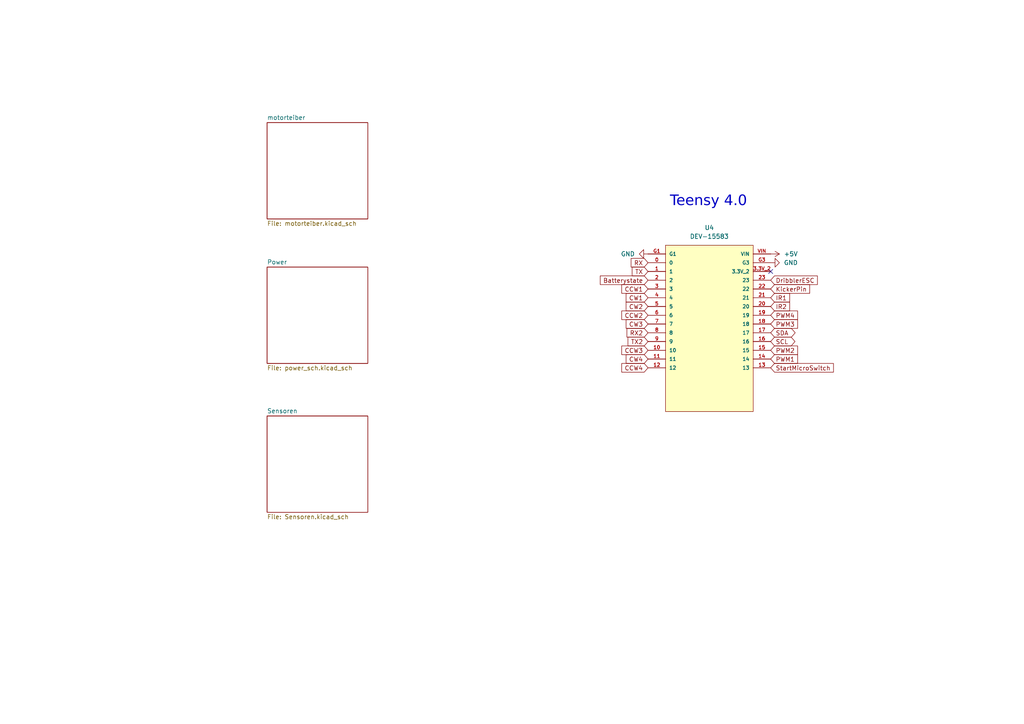
<source format=kicad_sch>
(kicad_sch (version 20230121) (generator eeschema)

  (uuid 7a0f76a1-13d4-4686-9d7e-a73f37674f36)

  (paper "A4")

  (lib_symbols
    (symbol "Teensy 4.0:DEV-15583" (pin_names (offset 1.016)) (in_bom yes) (on_board yes)
      (property "Reference" "U4" (at 0 27.94 0)
        (effects (font (size 1.27 1.27)))
      )
      (property "Value" "DEV-15583" (at 0 25.4 0)
        (effects (font (size 1.27 1.27)))
      )
      (property "Footprint" "xt30:teensy,4,0" (at 0 0 0)
        (effects (font (size 1.27 1.27)) (justify bottom) hide)
      )
      (property "Datasheet" "" (at 0 0 0)
        (effects (font (size 1.27 1.27)) hide)
      )
      (property "MF" "SparkFun Electronics" (at 0 0 0)
        (effects (font (size 1.27 1.27)) (justify bottom) hide)
      )
      (property "MAXIMUM_PACKAGE_HEIGHT" "5.87mm" (at 0 0 0)
        (effects (font (size 1.27 1.27)) (justify bottom) hide)
      )
      (property "Package" "None" (at 0 0 0)
        (effects (font (size 1.27 1.27)) (justify bottom) hide)
      )
      (property "Price" "None" (at 0 0 0)
        (effects (font (size 1.27 1.27)) (justify bottom) hide)
      )
      (property "Check_prices" "https://www.snapeda.com/parts/DEV-15583/SparkFun+Electronics/view-part/?ref=eda" (at 0 0 0)
        (effects (font (size 1.27 1.27)) (justify bottom) hide)
      )
      (property "STANDARD" "Manufacturer Recommendations" (at 0 0 0)
        (effects (font (size 1.27 1.27)) (justify bottom) hide)
      )
      (property "SnapEDA_Link" "https://www.snapeda.com/parts/DEV-15583/SparkFun+Electronics/view-part/?ref=snap" (at 0 0 0)
        (effects (font (size 1.27 1.27)) (justify bottom) hide)
      )
      (property "MP" "DEV-15583" (at 0 0 0)
        (effects (font (size 1.27 1.27)) (justify bottom) hide)
      )
      (property "Purchase-URL" "https://www.snapeda.com/api/url_track_click_mouser/?unipart_id=4001229&manufacturer=SparkFun Electronics&part_name=DEV-15583&search_term=teensy 4.0" (at 0 0 0)
        (effects (font (size 1.27 1.27)) (justify bottom) hide)
      )
      (property "Description" "\nRT1062 Teensy 4.0 series ARM® Cortex®-M7 MPU Embedded Evaluation Board\n" (at 0 0 0)
        (effects (font (size 1.27 1.27)) (justify bottom) hide)
      )
      (property "Availability" "In Stock" (at 0 0 0)
        (effects (font (size 1.27 1.27)) (justify bottom) hide)
      )
      (property "MANUFACTURER" "Sparkfun" (at 0 0 0)
        (effects (font (size 1.27 1.27)) (justify bottom) hide)
      )
      (symbol "DEV-15583_0_0"
        (rectangle (start -12.7 -25.4) (end 12.7 22.86)
          (stroke (width 0.1524) (type default))
          (fill (type background))
        )
        (pin bidirectional line (at -17.78 17.78 0) (length 5.08)
          (name "0" (effects (font (size 1.016 1.016))))
          (number "0" (effects (font (size 1.016 1.016))))
        )
        (pin bidirectional line (at -17.78 15.24 0) (length 5.08)
          (name "1" (effects (font (size 1.016 1.016))))
          (number "1" (effects (font (size 1.016 1.016))))
        )
        (pin bidirectional line (at -17.78 -7.62 0) (length 5.08)
          (name "10" (effects (font (size 1.016 1.016))))
          (number "10" (effects (font (size 1.016 1.016))))
        )
        (pin bidirectional line (at -17.78 -10.16 0) (length 5.08)
          (name "11" (effects (font (size 1.016 1.016))))
          (number "11" (effects (font (size 1.016 1.016))))
        )
        (pin bidirectional line (at -17.78 -12.7 0) (length 5.08)
          (name "12" (effects (font (size 1.016 1.016))))
          (number "12" (effects (font (size 1.016 1.016))))
        )
        (pin bidirectional line (at 17.78 -12.7 180) (length 5.08)
          (name "13" (effects (font (size 1.016 1.016))))
          (number "13" (effects (font (size 1.016 1.016))))
        )
        (pin bidirectional line (at 17.78 -10.16 180) (length 5.08)
          (name "14" (effects (font (size 1.016 1.016))))
          (number "14" (effects (font (size 1.016 1.016))))
        )
        (pin bidirectional line (at 17.78 -7.62 180) (length 5.08)
          (name "15" (effects (font (size 1.016 1.016))))
          (number "15" (effects (font (size 1.016 1.016))))
        )
        (pin bidirectional line (at 17.78 -5.08 180) (length 5.08)
          (name "16" (effects (font (size 1.016 1.016))))
          (number "16" (effects (font (size 1.016 1.016))))
        )
        (pin bidirectional line (at 17.78 -2.54 180) (length 5.08)
          (name "17" (effects (font (size 1.016 1.016))))
          (number "17" (effects (font (size 1.016 1.016))))
        )
        (pin bidirectional line (at 17.78 0 180) (length 5.08)
          (name "18" (effects (font (size 1.016 1.016))))
          (number "18" (effects (font (size 1.016 1.016))))
        )
        (pin bidirectional line (at 17.78 2.54 180) (length 5.08)
          (name "19" (effects (font (size 1.016 1.016))))
          (number "19" (effects (font (size 1.016 1.016))))
        )
        (pin bidirectional line (at -17.78 12.7 0) (length 5.08)
          (name "2" (effects (font (size 1.016 1.016))))
          (number "2" (effects (font (size 1.016 1.016))))
        )
        (pin bidirectional line (at 17.78 5.08 180) (length 5.08)
          (name "20" (effects (font (size 1.016 1.016))))
          (number "20" (effects (font (size 1.016 1.016))))
        )
        (pin bidirectional line (at 17.78 7.62 180) (length 5.08)
          (name "21" (effects (font (size 1.016 1.016))))
          (number "21" (effects (font (size 1.016 1.016))))
        )
        (pin bidirectional line (at 17.78 10.16 180) (length 5.08)
          (name "22" (effects (font (size 1.016 1.016))))
          (number "22" (effects (font (size 1.016 1.016))))
        )
        (pin bidirectional line (at 17.78 12.7 180) (length 5.08)
          (name "23" (effects (font (size 1.016 1.016))))
          (number "23" (effects (font (size 1.016 1.016))))
        )
        (pin bidirectional line (at -17.78 10.16 0) (length 5.08)
          (name "3" (effects (font (size 1.016 1.016))))
          (number "3" (effects (font (size 1.016 1.016))))
        )
        (pin power_in line (at 17.78 15.24 180) (length 5.08)
          (name "3.3V_2" (effects (font (size 1.016 1.016))))
          (number "3.3V_2" (effects (font (size 1.016 1.016))))
        )
        (pin bidirectional line (at -17.78 7.62 0) (length 5.08)
          (name "4" (effects (font (size 1.016 1.016))))
          (number "4" (effects (font (size 1.016 1.016))))
        )
        (pin bidirectional line (at -17.78 5.08 0) (length 5.08)
          (name "5" (effects (font (size 1.016 1.016))))
          (number "5" (effects (font (size 1.016 1.016))))
        )
        (pin bidirectional line (at -17.78 2.54 0) (length 5.08)
          (name "6" (effects (font (size 1.016 1.016))))
          (number "6" (effects (font (size 1.016 1.016))))
        )
        (pin bidirectional line (at -17.78 0 0) (length 5.08)
          (name "7" (effects (font (size 1.016 1.016))))
          (number "7" (effects (font (size 1.016 1.016))))
        )
        (pin bidirectional line (at -17.78 -2.54 0) (length 5.08)
          (name "8" (effects (font (size 1.016 1.016))))
          (number "8" (effects (font (size 1.016 1.016))))
        )
        (pin bidirectional line (at -17.78 -5.08 0) (length 5.08)
          (name "9" (effects (font (size 1.016 1.016))))
          (number "9" (effects (font (size 1.016 1.016))))
        )
        (pin power_in line (at -17.78 20.32 0) (length 5.08)
          (name "G1" (effects (font (size 1.016 1.016))))
          (number "G1" (effects (font (size 1.016 1.016))))
        )
        (pin power_in line (at 17.78 17.78 180) (length 5.08)
          (name "G3" (effects (font (size 1.016 1.016))))
          (number "G3" (effects (font (size 1.016 1.016))))
        )
        (pin power_in line (at 17.78 20.32 180) (length 5.08)
          (name "VIN" (effects (font (size 1.016 1.016))))
          (number "VIN" (effects (font (size 1.016 1.016))))
        )
      )
    )
    (symbol "power:+5V" (power) (pin_names (offset 0)) (in_bom yes) (on_board yes)
      (property "Reference" "#PWR" (at 0 -3.81 0)
        (effects (font (size 1.27 1.27)) hide)
      )
      (property "Value" "+5V" (at 0 3.556 0)
        (effects (font (size 1.27 1.27)))
      )
      (property "Footprint" "" (at 0 0 0)
        (effects (font (size 1.27 1.27)) hide)
      )
      (property "Datasheet" "" (at 0 0 0)
        (effects (font (size 1.27 1.27)) hide)
      )
      (property "ki_keywords" "global power" (at 0 0 0)
        (effects (font (size 1.27 1.27)) hide)
      )
      (property "ki_description" "Power symbol creates a global label with name \"+5V\"" (at 0 0 0)
        (effects (font (size 1.27 1.27)) hide)
      )
      (symbol "+5V_0_1"
        (polyline
          (pts
            (xy -0.762 1.27)
            (xy 0 2.54)
          )
          (stroke (width 0) (type default))
          (fill (type none))
        )
        (polyline
          (pts
            (xy 0 0)
            (xy 0 2.54)
          )
          (stroke (width 0) (type default))
          (fill (type none))
        )
        (polyline
          (pts
            (xy 0 2.54)
            (xy 0.762 1.27)
          )
          (stroke (width 0) (type default))
          (fill (type none))
        )
      )
      (symbol "+5V_1_1"
        (pin power_in line (at 0 0 90) (length 0) hide
          (name "+5V" (effects (font (size 1.27 1.27))))
          (number "1" (effects (font (size 1.27 1.27))))
        )
      )
    )
    (symbol "power:GND" (power) (pin_names (offset 0)) (in_bom yes) (on_board yes)
      (property "Reference" "#PWR" (at 0 -6.35 0)
        (effects (font (size 1.27 1.27)) hide)
      )
      (property "Value" "GND" (at 0 -3.81 0)
        (effects (font (size 1.27 1.27)))
      )
      (property "Footprint" "" (at 0 0 0)
        (effects (font (size 1.27 1.27)) hide)
      )
      (property "Datasheet" "" (at 0 0 0)
        (effects (font (size 1.27 1.27)) hide)
      )
      (property "ki_keywords" "global power" (at 0 0 0)
        (effects (font (size 1.27 1.27)) hide)
      )
      (property "ki_description" "Power symbol creates a global label with name \"GND\" , ground" (at 0 0 0)
        (effects (font (size 1.27 1.27)) hide)
      )
      (symbol "GND_0_1"
        (polyline
          (pts
            (xy 0 0)
            (xy 0 -1.27)
            (xy 1.27 -1.27)
            (xy 0 -2.54)
            (xy -1.27 -1.27)
            (xy 0 -1.27)
          )
          (stroke (width 0) (type default))
          (fill (type none))
        )
      )
      (symbol "GND_1_1"
        (pin power_in line (at 0 0 270) (length 0) hide
          (name "GND" (effects (font (size 1.27 1.27))))
          (number "1" (effects (font (size 1.27 1.27))))
        )
      )
    )
  )


  (no_connect (at 223.52 78.74) (uuid 77ef609c-e816-45f6-8167-c352a48b3ba2))

  (text "Teensy 4.0\n\n" (at 194.31 66.04 0)
    (effects (font (face "Verdana") (size 3 3)) (justify left bottom))
    (uuid d2f0bf09-03ef-4795-b466-80aa2fde29cb)
  )

  (global_label "IR2" (shape input) (at 223.52 88.9 0) (fields_autoplaced)
    (effects (font (size 1.27 1.27)) (justify left))
    (uuid 0324ac62-d41e-446c-9382-4801a27e7cd9)
    (property "Intersheetrefs" "${INTERSHEET_REFS}" (at 229.5895 88.9 0)
      (effects (font (size 1.27 1.27)) (justify left) hide)
    )
  )
  (global_label "SDA" (shape bidirectional) (at 223.52 96.52 0) (fields_autoplaced)
    (effects (font (size 1.27 1.27)) (justify left))
    (uuid 04021551-4c28-499a-a387-b1db7f1175f1)
    (property "Intersheetrefs" "${INTERSHEET_REFS}" (at 231.1846 96.52 0)
      (effects (font (size 1.27 1.27)) (justify left) hide)
    )
  )
  (global_label "PWM1" (shape input) (at 223.52 104.14 0) (fields_autoplaced)
    (effects (font (size 1.27 1.27)) (justify left))
    (uuid 10a38959-b8f4-42c1-b9d9-efa23745065d)
    (property "Intersheetrefs" "${INTERSHEET_REFS}" (at 231.8081 104.14 0)
      (effects (font (size 1.27 1.27)) (justify left) hide)
    )
  )
  (global_label "CW2" (shape input) (at 187.96 88.9 180) (fields_autoplaced)
    (effects (font (size 1.27 1.27)) (justify right))
    (uuid 114cb77c-f915-4ad0-b79a-6382c911f12f)
    (property "Intersheetrefs" "${INTERSHEET_REFS}" (at 181.1233 88.9 0)
      (effects (font (size 1.27 1.27)) (justify right) hide)
    )
  )
  (global_label "PWM3" (shape input) (at 223.52 93.98 0) (fields_autoplaced)
    (effects (font (size 1.27 1.27)) (justify left))
    (uuid 1cdf2b15-b89d-4353-8613-9f935cec3dd9)
    (property "Intersheetrefs" "${INTERSHEET_REFS}" (at 231.8081 93.98 0)
      (effects (font (size 1.27 1.27)) (justify left) hide)
    )
  )
  (global_label "SCL" (shape bidirectional) (at 223.52 99.06 0) (fields_autoplaced)
    (effects (font (size 1.27 1.27)) (justify left))
    (uuid 2dbc4b8d-5971-4b0a-8228-714ef99ac11d)
    (property "Intersheetrefs" "${INTERSHEET_REFS}" (at 231.1241 99.06 0)
      (effects (font (size 1.27 1.27)) (justify left) hide)
    )
  )
  (global_label "DribblerESC" (shape input) (at 223.52 81.28 0) (fields_autoplaced)
    (effects (font (size 1.27 1.27)) (justify left))
    (uuid 3d068700-1613-4cf7-b1d9-e3c05f4dbd5b)
    (property "Intersheetrefs" "${INTERSHEET_REFS}" (at 237.5533 81.28 0)
      (effects (font (size 1.27 1.27)) (justify left) hide)
    )
  )
  (global_label "RX" (shape input) (at 187.96 76.2 180) (fields_autoplaced)
    (effects (font (size 1.27 1.27)) (justify right))
    (uuid 460b363c-e67b-4da8-b9c3-ca5f36fbde07)
    (property "Intersheetrefs" "${INTERSHEET_REFS}" (at 182.5747 76.2 0)
      (effects (font (size 1.27 1.27)) (justify right) hide)
    )
  )
  (global_label "CCW1" (shape input) (at 187.96 83.82 180) (fields_autoplaced)
    (effects (font (size 1.27 1.27)) (justify right))
    (uuid 497b142b-0332-4260-a02a-79659fda1ea5)
    (property "Intersheetrefs" "${INTERSHEET_REFS}" (at 179.8533 83.82 0)
      (effects (font (size 1.27 1.27)) (justify right) hide)
    )
  )
  (global_label "KickerPin" (shape input) (at 223.52 83.82 0) (fields_autoplaced)
    (effects (font (size 1.27 1.27)) (justify left))
    (uuid 5660cde1-ab19-4dc2-aa16-59733f6fafd4)
    (property "Intersheetrefs" "${INTERSHEET_REFS}" (at 235.3953 83.82 0)
      (effects (font (size 1.27 1.27)) (justify left) hide)
    )
  )
  (global_label "TX" (shape input) (at 187.96 78.74 180) (fields_autoplaced)
    (effects (font (size 1.27 1.27)) (justify right))
    (uuid 68594b71-a0fe-4cbe-a9fa-50d7317f4fb2)
    (property "Intersheetrefs" "${INTERSHEET_REFS}" (at 182.8771 78.74 0)
      (effects (font (size 1.27 1.27)) (justify right) hide)
    )
  )
  (global_label "TX2" (shape input) (at 187.96 99.06 180) (fields_autoplaced)
    (effects (font (size 1.27 1.27)) (justify right))
    (uuid 6901972d-54bd-431d-bcab-c088bdafa009)
    (property "Intersheetrefs" "${INTERSHEET_REFS}" (at 181.5882 99.06 0)
      (effects (font (size 1.27 1.27)) (justify right) hide)
    )
  )
  (global_label "CCW4" (shape input) (at 187.96 106.68 180) (fields_autoplaced)
    (effects (font (size 1.27 1.27)) (justify right))
    (uuid 83a02f6f-358e-4f73-8795-03063f4f9640)
    (property "Intersheetrefs" "${INTERSHEET_REFS}" (at 179.8533 106.68 0)
      (effects (font (size 1.27 1.27)) (justify right) hide)
    )
  )
  (global_label "RX2" (shape input) (at 187.96 96.52 180) (fields_autoplaced)
    (effects (font (size 1.27 1.27)) (justify right))
    (uuid 992a0901-32ef-444d-800b-3b4018e3bd75)
    (property "Intersheetrefs" "${INTERSHEET_REFS}" (at 181.2858 96.52 0)
      (effects (font (size 1.27 1.27)) (justify right) hide)
    )
  )
  (global_label "CW4" (shape input) (at 187.96 104.14 180) (fields_autoplaced)
    (effects (font (size 1.27 1.27)) (justify right))
    (uuid a12d7c2b-48cd-483c-a423-e852d0243f89)
    (property "Intersheetrefs" "${INTERSHEET_REFS}" (at 181.1233 104.14 0)
      (effects (font (size 1.27 1.27)) (justify right) hide)
    )
  )
  (global_label "CW3" (shape input) (at 187.96 93.98 180) (fields_autoplaced)
    (effects (font (size 1.27 1.27)) (justify right))
    (uuid ae08506a-7440-4d23-9b60-950582470087)
    (property "Intersheetrefs" "${INTERSHEET_REFS}" (at 181.1233 93.98 0)
      (effects (font (size 1.27 1.27)) (justify right) hide)
    )
  )
  (global_label "IR1" (shape input) (at 223.52 86.36 0) (fields_autoplaced)
    (effects (font (size 1.27 1.27)) (justify left))
    (uuid c8c2191d-034a-401e-bfb9-3d240b7bf56a)
    (property "Intersheetrefs" "${INTERSHEET_REFS}" (at 229.5895 86.36 0)
      (effects (font (size 1.27 1.27)) (justify left) hide)
    )
  )
  (global_label "StartMicroSwitch" (shape input) (at 223.52 106.68 0) (fields_autoplaced)
    (effects (font (size 1.27 1.27)) (justify left))
    (uuid e0078c9d-455e-4bdc-8c50-2b69a00a6717)
    (property "Intersheetrefs" "${INTERSHEET_REFS}" (at 242.2894 106.68 0)
      (effects (font (size 1.27 1.27)) (justify left) hide)
    )
  )
  (global_label "Batterystate" (shape input) (at 187.96 81.28 180) (fields_autoplaced)
    (effects (font (size 1.27 1.27)) (justify right))
    (uuid e54ea64f-5cc2-4048-ac22-e418b764ecd3)
    (property "Intersheetrefs" "${INTERSHEET_REFS}" (at 173.5449 81.28 0)
      (effects (font (size 1.27 1.27)) (justify right) hide)
    )
  )
  (global_label "CCW3" (shape input) (at 187.96 101.6 180) (fields_autoplaced)
    (effects (font (size 1.27 1.27)) (justify right))
    (uuid e89d2ac7-79ae-4ad7-8789-8c9f56bc9a04)
    (property "Intersheetrefs" "${INTERSHEET_REFS}" (at 179.8533 101.6 0)
      (effects (font (size 1.27 1.27)) (justify right) hide)
    )
  )
  (global_label "PWM4" (shape input) (at 223.52 91.44 0) (fields_autoplaced)
    (effects (font (size 1.27 1.27)) (justify left))
    (uuid e9f1e285-c50f-4a61-9210-42f9b46aaf47)
    (property "Intersheetrefs" "${INTERSHEET_REFS}" (at 231.8081 91.44 0)
      (effects (font (size 1.27 1.27)) (justify left) hide)
    )
  )
  (global_label "CW1" (shape input) (at 187.96 86.36 180) (fields_autoplaced)
    (effects (font (size 1.27 1.27)) (justify right))
    (uuid ebe53085-716b-4d95-abc5-0a109912f573)
    (property "Intersheetrefs" "${INTERSHEET_REFS}" (at 181.1233 86.36 0)
      (effects (font (size 1.27 1.27)) (justify right) hide)
    )
  )
  (global_label "CCW2" (shape input) (at 187.96 91.44 180) (fields_autoplaced)
    (effects (font (size 1.27 1.27)) (justify right))
    (uuid ef9b85fb-7fad-4064-9d17-2635b32ff74e)
    (property "Intersheetrefs" "${INTERSHEET_REFS}" (at 179.8533 91.44 0)
      (effects (font (size 1.27 1.27)) (justify right) hide)
    )
  )
  (global_label "PWM2" (shape input) (at 223.52 101.6 0) (fields_autoplaced)
    (effects (font (size 1.27 1.27)) (justify left))
    (uuid fd424215-abbe-4b41-a0f6-59589ae487ea)
    (property "Intersheetrefs" "${INTERSHEET_REFS}" (at 231.8081 101.6 0)
      (effects (font (size 1.27 1.27)) (justify left) hide)
    )
  )

  (symbol (lib_id "power:+5V") (at 223.52 73.66 270) (unit 1)
    (in_bom yes) (on_board yes) (dnp no) (fields_autoplaced)
    (uuid 0e95d28c-ac98-4562-8597-2ffb0b465504)
    (property "Reference" "#PWR017" (at 219.71 73.66 0)
      (effects (font (size 1.27 1.27)) hide)
    )
    (property "Value" "+5V" (at 227.33 73.66 90)
      (effects (font (size 1.27 1.27)) (justify left))
    )
    (property "Footprint" "" (at 223.52 73.66 0)
      (effects (font (size 1.27 1.27)) hide)
    )
    (property "Datasheet" "" (at 223.52 73.66 0)
      (effects (font (size 1.27 1.27)) hide)
    )
    (pin "1" (uuid ad222214-f257-4029-8bfc-9e3140fdf300))
    (instances
      (project "2vs2_24-25"
        (path "/7a0f76a1-13d4-4686-9d7e-a73f37674f36"
          (reference "#PWR017") (unit 1)
        )
        (path "/7a0f76a1-13d4-4686-9d7e-a73f37674f36/6763a444-08f8-4b93-abc3-8262c68c8d07"
          (reference "#PWR016") (unit 1)
        )
      )
    )
  )

  (symbol (lib_id "power:GND") (at 187.96 73.66 270) (unit 1)
    (in_bom yes) (on_board yes) (dnp no) (fields_autoplaced)
    (uuid 44c94cde-5497-45aa-a1f8-446885db6b5a)
    (property "Reference" "#PWR013" (at 181.61 73.66 0)
      (effects (font (size 1.27 1.27)) hide)
    )
    (property "Value" "GND" (at 184.15 73.66 90)
      (effects (font (size 1.27 1.27)) (justify right))
    )
    (property "Footprint" "" (at 187.96 73.66 0)
      (effects (font (size 1.27 1.27)) hide)
    )
    (property "Datasheet" "" (at 187.96 73.66 0)
      (effects (font (size 1.27 1.27)) hide)
    )
    (pin "1" (uuid b243a438-be7e-4adf-92ff-65b5eee23d02))
    (instances
      (project "2vs2_24-25"
        (path "/7a0f76a1-13d4-4686-9d7e-a73f37674f36"
          (reference "#PWR013") (unit 1)
        )
      )
    )
  )

  (symbol (lib_id "power:GND") (at 223.52 76.2 90) (unit 1)
    (in_bom yes) (on_board yes) (dnp no) (fields_autoplaced)
    (uuid 53a3385f-8dca-4392-8813-f0ec29f7fd27)
    (property "Reference" "#PWR018" (at 229.87 76.2 0)
      (effects (font (size 1.27 1.27)) hide)
    )
    (property "Value" "GND" (at 227.33 76.2 90)
      (effects (font (size 1.27 1.27)) (justify right))
    )
    (property "Footprint" "" (at 223.52 76.2 0)
      (effects (font (size 1.27 1.27)) hide)
    )
    (property "Datasheet" "" (at 223.52 76.2 0)
      (effects (font (size 1.27 1.27)) hide)
    )
    (pin "1" (uuid db3b51f0-cfcd-4f3d-88ce-fb9c0c1cc89d))
    (instances
      (project "2vs2_24-25"
        (path "/7a0f76a1-13d4-4686-9d7e-a73f37674f36"
          (reference "#PWR018") (unit 1)
        )
      )
    )
  )

  (symbol (lib_id "Teensy 4.0:DEV-15583") (at 205.74 93.98 0) (unit 1)
    (in_bom yes) (on_board yes) (dnp no) (fields_autoplaced)
    (uuid c0de1bf9-ec13-40b0-9368-367005ffe992)
    (property "Reference" "U4" (at 205.74 66.04 0)
      (effects (font (size 1.27 1.27)))
    )
    (property "Value" "DEV-15583" (at 205.74 68.58 0)
      (effects (font (size 1.27 1.27)))
    )
    (property "Footprint" "xt30:teensy,4,0" (at 205.74 93.98 0)
      (effects (font (size 1.27 1.27)) (justify bottom) hide)
    )
    (property "Datasheet" "" (at 205.74 93.98 0)
      (effects (font (size 1.27 1.27)) hide)
    )
    (property "MF" "SparkFun Electronics" (at 205.74 93.98 0)
      (effects (font (size 1.27 1.27)) (justify bottom) hide)
    )
    (property "MAXIMUM_PACKAGE_HEIGHT" "5.87mm" (at 205.74 93.98 0)
      (effects (font (size 1.27 1.27)) (justify bottom) hide)
    )
    (property "Package" "None" (at 205.74 93.98 0)
      (effects (font (size 1.27 1.27)) (justify bottom) hide)
    )
    (property "Price" "None" (at 205.74 93.98 0)
      (effects (font (size 1.27 1.27)) (justify bottom) hide)
    )
    (property "Check_prices" "https://www.snapeda.com/parts/DEV-15583/SparkFun+Electronics/view-part/?ref=eda" (at 205.74 93.98 0)
      (effects (font (size 1.27 1.27)) (justify bottom) hide)
    )
    (property "STANDARD" "Manufacturer Recommendations" (at 205.74 93.98 0)
      (effects (font (size 1.27 1.27)) (justify bottom) hide)
    )
    (property "SnapEDA_Link" "https://www.snapeda.com/parts/DEV-15583/SparkFun+Electronics/view-part/?ref=snap" (at 205.74 93.98 0)
      (effects (font (size 1.27 1.27)) (justify bottom) hide)
    )
    (property "MP" "DEV-15583" (at 205.74 93.98 0)
      (effects (font (size 1.27 1.27)) (justify bottom) hide)
    )
    (property "Purchase-URL" "https://www.snapeda.com/api/url_track_click_mouser/?unipart_id=4001229&manufacturer=SparkFun Electronics&part_name=DEV-15583&search_term=teensy 4.0" (at 205.74 93.98 0)
      (effects (font (size 1.27 1.27)) (justify bottom) hide)
    )
    (property "Description" "\nRT1062 Teensy 4.0 series ARM® Cortex®-M7 MPU Embedded Evaluation Board\n" (at 205.74 93.98 0)
      (effects (font (size 1.27 1.27)) (justify bottom) hide)
    )
    (property "Availability" "In Stock" (at 205.74 93.98 0)
      (effects (font (size 1.27 1.27)) (justify bottom) hide)
    )
    (property "MANUFACTURER" "Sparkfun" (at 205.74 93.98 0)
      (effects (font (size 1.27 1.27)) (justify bottom) hide)
    )
    (pin "0" (uuid 79b5b126-4029-47c3-af41-6246a643b9e3))
    (pin "1" (uuid a951fa2b-e4ec-4fc1-a007-5dbd086d71e9))
    (pin "10" (uuid de5fb4e3-475e-4f80-9f3b-da922172a951))
    (pin "11" (uuid ae77a0cf-29fd-41c1-8706-02690a712500))
    (pin "12" (uuid e4c03c95-528a-433c-a093-c49f05c9d03e))
    (pin "13" (uuid 9b582e50-b1d2-453f-99a2-e18681e04b38))
    (pin "14" (uuid ba2ebd2a-9597-4b37-9823-8af33a5f2662))
    (pin "15" (uuid 97e2be5f-06a1-4fe9-92bc-3f294a37e3ce))
    (pin "16" (uuid bb2af927-8485-4025-99c3-593fbbc1c51d))
    (pin "17" (uuid 60ecd224-b098-4e8f-b6a4-e5ae0a99398e))
    (pin "18" (uuid 68fb60a6-2fcd-4ee7-9156-5869f6343ccc))
    (pin "19" (uuid a3ce382e-2047-4ea9-84db-9197129ea337))
    (pin "2" (uuid c98e033b-56c0-43cc-a861-627da40e7dcc))
    (pin "20" (uuid 98cc88e1-dd18-45a9-b1d4-959d48676503))
    (pin "21" (uuid 8395c261-ab91-4cdc-b1dc-6735ce046ae1))
    (pin "22" (uuid 2e892aa8-7277-47fe-9960-e2f466a46040))
    (pin "23" (uuid 15b9d498-663a-4687-be28-d1ccfa88fb1e))
    (pin "3" (uuid 2a44d48c-d1a1-4dcd-a691-37066685ca7e))
    (pin "3.3V_2" (uuid 8d33b42e-ea13-4ff2-8ce5-f0eca56d3c55))
    (pin "4" (uuid ff06e684-2bb6-499f-b6ed-36a4b7eef872))
    (pin "5" (uuid cb55cb09-1876-453f-a977-c53978edfecd))
    (pin "6" (uuid 0e44ce76-fbda-4d40-8f66-7ca928a31de9))
    (pin "7" (uuid 41abde55-2f74-4f05-ab46-32d65be15507))
    (pin "8" (uuid 5ac100dc-1fd0-43a0-8eda-9ce889f1e16b))
    (pin "9" (uuid 66d90d97-ded0-4f29-a0c3-b64b3448ba93))
    (pin "G1" (uuid ad7fcba8-b5fd-4639-9a60-a232e6fcbb54))
    (pin "G3" (uuid 6d7afc8b-84ee-4f78-ba83-4058a976b0d4))
    (pin "VIN" (uuid 62a8aa24-8fe8-491d-89e7-3ea46183a390))
    (instances
      (project "2vs2_24-25"
        (path "/7a0f76a1-13d4-4686-9d7e-a73f37674f36"
          (reference "U4") (unit 1)
        )
      )
    )
  )

  (sheet (at 77.47 35.56) (size 29.21 27.94) (fields_autoplaced)
    (stroke (width 0.1524) (type solid))
    (fill (color 0 0 0 0.0000))
    (uuid 31c9ac3d-81a2-4674-afe0-7f70cc619fe7)
    (property "Sheetname" "motorteiber" (at 77.47 34.8484 0)
      (effects (font (size 1.27 1.27)) (justify left bottom))
    )
    (property "Sheetfile" "motorteiber.kicad_sch" (at 77.47 64.0846 0)
      (effects (font (size 1.27 1.27)) (justify left top))
    )
    (instances
      (project "2vs2_24-25"
        (path "/7a0f76a1-13d4-4686-9d7e-a73f37674f36" (page "3"))
      )
    )
  )

  (sheet (at 77.47 77.47) (size 29.21 27.94) (fields_autoplaced)
    (stroke (width 0.1524) (type solid))
    (fill (color 0 0 0 0.0000))
    (uuid 6763a444-08f8-4b93-abc3-8262c68c8d07)
    (property "Sheetname" "Power" (at 77.47 76.7584 0)
      (effects (font (size 1.27 1.27)) (justify left bottom))
    )
    (property "Sheetfile" "power_sch.kicad_sch" (at 77.47 105.9946 0)
      (effects (font (size 1.27 1.27)) (justify left top))
    )
    (instances
      (project "2vs2_24-25"
        (path "/7a0f76a1-13d4-4686-9d7e-a73f37674f36" (page "4"))
      )
    )
  )

  (sheet (at 77.47 120.65) (size 29.21 27.94) (fields_autoplaced)
    (stroke (width 0.1524) (type solid))
    (fill (color 0 0 0 0.0000))
    (uuid cd447bc6-5de0-4916-9070-d0c285e97fbc)
    (property "Sheetname" "Sensoren" (at 77.47 119.9384 0)
      (effects (font (size 1.27 1.27)) (justify left bottom))
    )
    (property "Sheetfile" "Sensoren.kicad_sch" (at 77.47 149.1746 0)
      (effects (font (size 1.27 1.27)) (justify left top))
    )
    (instances
      (project "2vs2_24-25"
        (path "/7a0f76a1-13d4-4686-9d7e-a73f37674f36" (page "2"))
      )
    )
  )

  (sheet_instances
    (path "/" (page "1"))
  )
)

</source>
